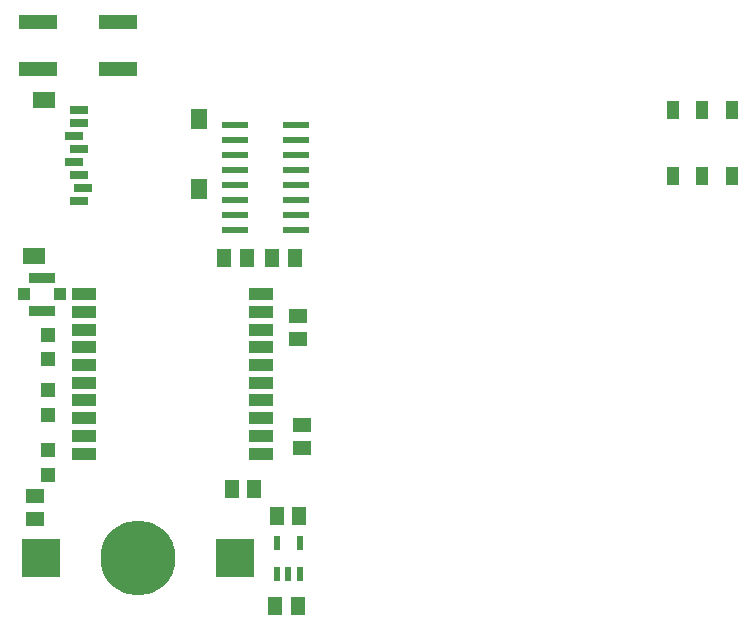
<source format=gbr>
G04 EAGLE Gerber RS-274X export*
G75*
%MOMM*%
%FSLAX34Y34*%
%LPD*%
%INSolderpaste Top*%
%IPPOS*%
%AMOC8*
5,1,8,0,0,1.08239X$1,22.5*%
G01*
%ADD10R,2.000000X1.000000*%
%ADD11R,0.550000X1.200000*%
%ADD12R,1.200000X1.200000*%
%ADD13R,1.500000X1.300000*%
%ADD14R,1.300000X1.500000*%
%ADD15C,6.350000*%
%ADD16R,3.200000X3.200000*%
%ADD17R,2.200000X0.850000*%
%ADD18R,1.050000X1.000000*%
%ADD19R,3.200000X1.200000*%
%ADD20R,2.200000X0.600000*%
%ADD21R,1.900000X1.400000*%
%ADD22R,1.400000X1.800000*%
%ADD23R,1.500000X0.700000*%
%ADD24R,1.000000X1.500000*%


D10*
X210890Y156020D03*
X210890Y171020D03*
X210890Y186020D03*
X210890Y201020D03*
X210890Y216020D03*
X210890Y231020D03*
X210890Y246020D03*
X210890Y261020D03*
X210890Y276020D03*
X210890Y291020D03*
X60890Y291020D03*
X60890Y276020D03*
X60890Y261020D03*
X60890Y246020D03*
X60890Y231020D03*
X60890Y216020D03*
X60890Y201020D03*
X60890Y186020D03*
X60890Y171020D03*
X60890Y156020D03*
D11*
X224420Y54309D03*
X233920Y54309D03*
X243420Y54309D03*
X243420Y80311D03*
X224420Y80311D03*
D12*
X30480Y256880D03*
X30480Y235880D03*
D13*
X242330Y253390D03*
X242330Y272390D03*
X245110Y160920D03*
X245110Y179920D03*
D14*
X223940Y102870D03*
X242940Y102870D03*
X185840Y125730D03*
X204840Y125730D03*
X241910Y26910D03*
X222910Y26910D03*
D15*
X106680Y67310D03*
D16*
X188934Y67310D03*
X24426Y67310D03*
D17*
X25400Y304580D03*
X25400Y277080D03*
D18*
X40650Y290830D03*
X10150Y290830D03*
D19*
X21880Y521650D03*
X89880Y521650D03*
X89880Y481650D03*
X21880Y481650D03*
D14*
X198730Y321310D03*
X179730Y321310D03*
D20*
X188630Y421640D03*
X240630Y396240D03*
X188630Y434340D03*
X188630Y408940D03*
X188630Y396240D03*
X240630Y408940D03*
X240630Y383540D03*
X240630Y370840D03*
X188630Y370840D03*
X240630Y345440D03*
X188630Y383540D03*
X188630Y358140D03*
X240630Y358140D03*
X188630Y345440D03*
X240630Y421640D03*
X240630Y434340D03*
D12*
X30480Y209890D03*
X30480Y188890D03*
D14*
X239370Y321310D03*
X220370Y321310D03*
D12*
X30480Y159090D03*
X30480Y138090D03*
D13*
X19050Y119990D03*
X19050Y100990D03*
D21*
X27160Y455740D03*
X18160Y323740D03*
D22*
X158160Y439740D03*
X158160Y379740D03*
D23*
X56160Y446740D03*
X56160Y435740D03*
X52160Y424740D03*
X56160Y413740D03*
X52160Y402740D03*
X56160Y391740D03*
X60160Y380740D03*
X56160Y369740D03*
D24*
X609200Y391100D03*
X584200Y391100D03*
X559200Y391100D03*
X559200Y447100D03*
X584200Y447100D03*
X609200Y447100D03*
M02*

</source>
